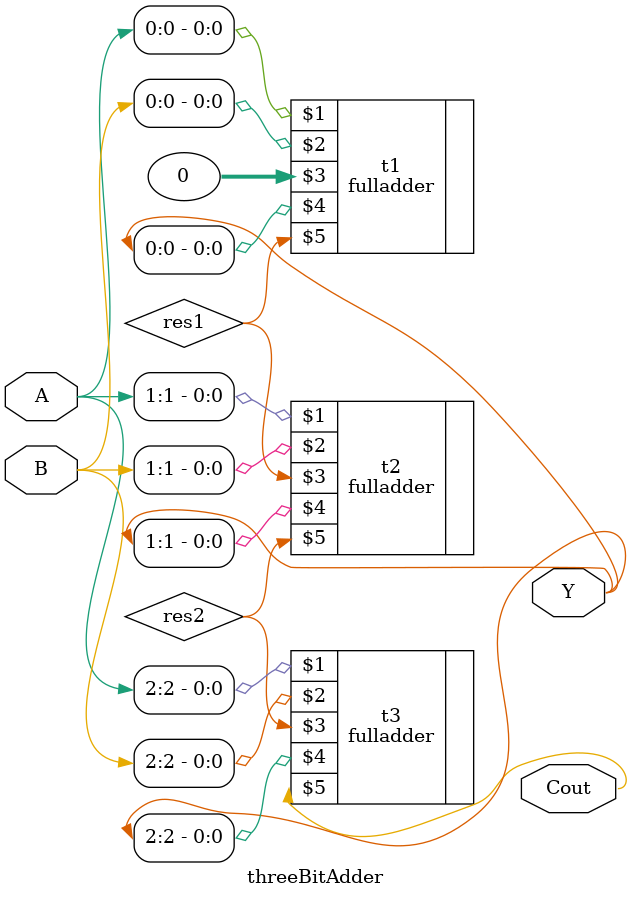
<source format=v>
`timescale 1ns / 1ps

module threeBitAdder(
    input [2:0] A,
    input [2:0] B,
    output [2:0] Y,
    output Cout
    );
wire res1, res2;

fulladder t1(A[0], B[0], 0, Y[0], res1);
fulladder t2(A[1], B[1], res1, Y[1], res2);
fulladder t3(A[2], B[2], res2, Y[2], Cout);
    
endmodule

</source>
